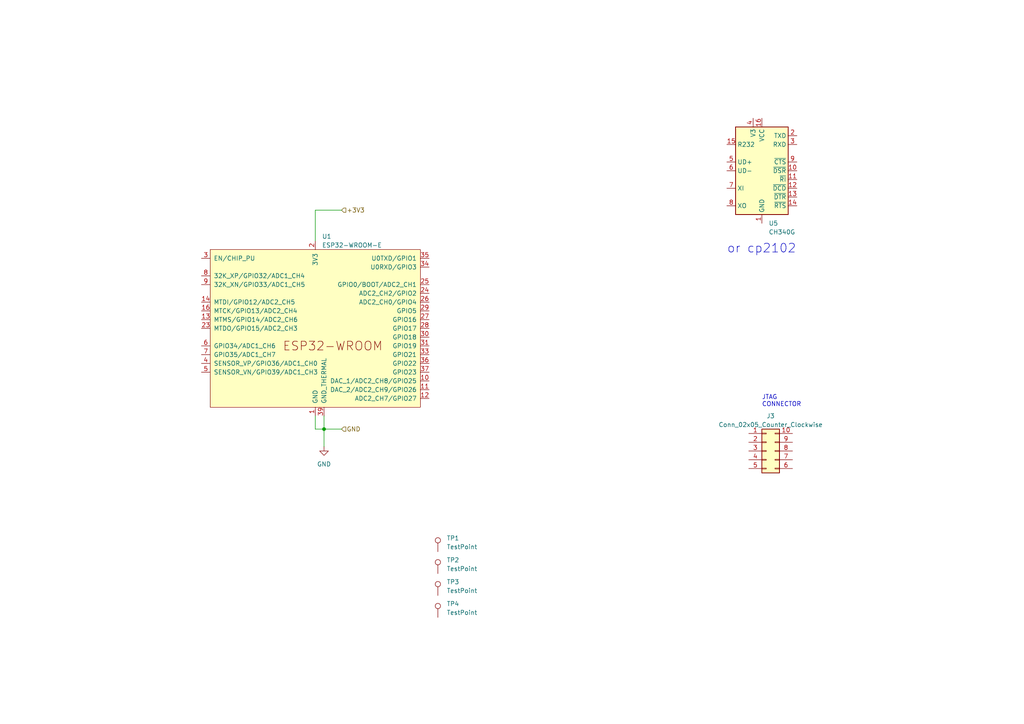
<source format=kicad_sch>
(kicad_sch (version 20230121) (generator eeschema)
  (paper "A4")
  (lib_symbols
    (symbol "Connector:TestPoint" (pin_numbers hide) (pin_names (offset 0.762) hide)
      (property "Reference" "TP" (at 0 6.858 0))
      (property "Value" "TestPoint" (at 0 5.08 0))
      (symbol "TestPoint_0_1"
        (circle (center 0 3.302) (radius 0.762))
      )
      (symbol "TestPoint_1_1"
        (pin passive line (at 0 0 90) (length 2.54) (name "1") (number "1"))
      )
    )
    (symbol "Connector_Generic:Conn_02x05_Counter_Clockwise" (pin_names (offset 1.016) hide)
      (property "Reference" "J" (at 1.27 7.62 0))
      (property "Value" "Conn_02x05_Counter_Clockwise" (at 1.27 -7.62 0))
      (symbol "Conn_02x05_Counter_Clockwise_1_1"
        (rectangle (start -1.27 -4.953) (end 0 -5.207) (stroke (width 0.1524)))
        (rectangle (start -1.27 -2.413) (end 0 -2.667) (stroke (width 0.1524)))
        (rectangle (start -1.27 0.127) (end 0 -0.127) (stroke (width 0.1524)))
        (rectangle (start -1.27 2.667) (end 0 2.413) (stroke (width 0.1524)))
        (rectangle (start -1.27 5.207) (end 0 4.953) (stroke (width 0.1524)))
        (rectangle (start -1.27 6.35) (end 3.81 -6.35) (stroke (width 0.254)) (fill (type background)))
        (rectangle (start 3.81 -4.953) (end 2.54 -5.207) (stroke (width 0.1524)))
        (rectangle (start 3.81 -2.413) (end 2.54 -2.667) (stroke (width 0.1524)))
        (rectangle (start 3.81 0.127) (end 2.54 -0.127) (stroke (width 0.1524)))
        (rectangle (start 3.81 2.667) (end 2.54 2.413) (stroke (width 0.1524)))
        (rectangle (start 3.81 5.207) (end 2.54 4.953) (stroke (width 0.1524)))
        (pin passive line (at -5.08 5.08 0) (length 3.81) (name "Pin_1") (number "1"))
        (pin passive line (at 7.62 5.08 180) (length 3.81) (name "Pin_10") (number "10"))
        (pin passive line (at -5.08 2.54 0) (length 3.81) (name "Pin_2") (number "2"))
        (pin passive line (at -5.08 0 0) (length 3.81) (name "Pin_3") (number "3"))
        (pin passive line (at -5.08 -2.54 0) (length 3.81) (name "Pin_4") (number "4"))
        (pin passive line (at -5.08 -5.08 0) (length 3.81) (name "Pin_5") (number "5"))
        (pin passive line (at 7.62 -5.08 180) (length 3.81) (name "Pin_6") (number "6"))
        (pin passive line (at 7.62 -2.54 180) (length 3.81) (name "Pin_7") (number "7"))
        (pin passive line (at 7.62 0 180) (length 3.81) (name "Pin_8") (number "8"))
        (pin passive line (at 7.62 2.54 180) (length 3.81) (name "Pin_9") (number "9"))
      )
    )
    (symbol "Espressif:ESP32-WROOM-E" (pin_names (offset 1.016))
      (property "Reference" "U" (at -30.48 27.94 0))
      (property "Value" "ESP32-WROOM-E" (at -30.48 25.4 0))
      (symbol "ESP32-WROOM-E_0_1"
        (rectangle (start -30.48 22.86) (end 30.48 -22.86) (fill (type background)))
      )
      (symbol "ESP32-WROOM-E_1_1"
        (text "ESP32-­WROOM­" (at 5.08 -5.08 0) (effects (font (size 2.54 2.54))))
        (pin power_in line (at 0 -25.4 90) (length 2.54) (name "GND") (number "1"))
        (pin bidirectional line (at 33.02 -15.24 180) (length 2.54) (name "DAC_1/ADC2_CH8/GPIO25") (number "10"))
        (pin bidirectional line (at 33.02 -17.78 180) (length 2.54) (name "DAC_2/ADC2_CH9/GPIO26") (number "11"))
        (pin bidirectional line (at 33.02 -20.32 180) (length 2.54) (name "ADC2_CH7/GPIO27") (number "12"))
        (pin bidirectional line (at -33.02 2.54 0) (length 2.54) (name "MTMS/GPIO14/ADC2_CH6") (number "13"))
        (pin bidirectional line (at -33.02 7.62 0) (length 2.54) (name "MTDI/GPIO12/ADC2_CH5") (number "14"))
        (pin passive line (at 0 -25.4 90) (length 2.54) hide (name "GND") (number "15"))
        (pin bidirectional line (at -33.02 5.08 0) (length 2.54) (name "MTCK/GPIO13/ADC2_CH4") (number "16"))
        (pin power_in line (at 0 25.4 270) (length 2.54) (name "3V3") (number "2"))
        (pin bidirectional line (at -33.02 0 0) (length 2.54) (name "MTDO/GPIO15/ADC2_CH3") (number "23"))
        (pin bidirectional line (at 33.02 10.16 180) (length 2.54) (name "ADC2_CH2/GPIO2") (number "24"))
        (pin bidirectional line (at 33.02 12.7 180) (length 2.54) (name "GPIO0/BOOT/ADC2_CH1") (number "25"))
        (pin bidirectional line (at 33.02 7.62 180) (length 2.54) (name "ADC2_CH0/GPIO4") (number "26"))
        (pin bidirectional line (at 33.02 2.54 180) (length 2.54) (name "GPIO16") (number "27"))
        (pin bidirectional line (at 33.02 0 180) (length 2.54) (name "GPIO17") (number "28"))
        (pin bidirectional line (at 33.02 5.08 180) (length 2.54) (name "GPIO5") (number "29"))
        (pin input line (at -33.02 20.32 0) (length 2.54) (name "EN/CHIP_PU") (number "3"))
        (pin bidirectional line (at 33.02 -2.54 180) (length 2.54) (name "GPIO18") (number "30"))
        (pin bidirectional line (at 33.02 -5.08 180) (length 2.54) (name "GPIO19") (number "31"))
        (pin bidirectional line (at 33.02 -7.62 180) (length 2.54) (name "GPIO21") (number "33"))
        (pin bidirectional line (at 33.02 17.78 180) (length 2.54) (name "U0RXD/GPIO3") (number "34"))
        (pin bidirectional line (at 33.02 20.32 180) (length 2.54) (name "U0TXD/GPIO1") (number "35"))
        (pin bidirectional line (at 33.02 -10.16 180) (length 2.54) (name "GPIO22") (number "36"))
        (pin bidirectional line (at 33.02 -12.7 180) (length 2.54) (name "GPIO23") (number "37"))
        (pin passive line (at 0 -25.4 90) (length 2.54) hide (name "GND") (number "38"))
        (pin power_in line (at 2.54 -25.4 90) (length 2.54) (name "GND_THERMAL") (number "39"))
        (pin input line (at -33.02 -10.16 0) (length 2.54) (name "SENSOR_VP/GPIO36/ADC1_CH0") (number "4"))
        (pin input line (at -33.02 -12.7 0) (length 2.54) (name "SENSOR_VN/GPIO39/ADC1_CH3") (number "5"))
        (pin input line (at -33.02 -5.08 0) (length 2.54) (name "GPIO34/ADC1_CH6") (number "6"))
        (pin input line (at -33.02 -7.62 0) (length 2.54) (name "GPIO35/ADC1_CH7") (number "7"))
        (pin bidirectional line (at -33.02 15.24 0) (length 2.54) (name "32K_XP/GPIO32/ADC1_CH4") (number "8"))
        (pin bidirectional line (at -33.02 12.7 0) (length 2.54) (name "32K_XN/GPIO33/ADC1_CH5") (number "9"))
      )
    )
    (symbol "Interface_USB:CH340G"
      (property "Reference" "U" (at -5.08 13.97 0))
      (property "Value" "CH340G" (at 1.27 13.97 0))
      (symbol "CH340G_0_1"
        (rectangle (start -7.62 12.7) (end 7.62 -12.7) (stroke (width 0.254)) (fill (type background)))
      )
      (symbol "CH340G_1_1"
        (pin power_in line (at 0 -15.24 90) (length 2.54) (name "GND") (number "1"))
        (pin input line (at 10.16 0 180) (length 2.54) (name "~{DSR}") (number "10"))
        (pin input line (at 10.16 -2.54 180) (length 2.54) (name "~{RI}") (number "11"))
        (pin input line (at 10.16 -5.08 180) (length 2.54) (name "~{DCD}") (number "12"))
        (pin output line (at 10.16 -7.62 180) (length 2.54) (name "~{DTR}") (number "13"))
        (pin output line (at 10.16 -10.16 180) (length 2.54) (name "~{RTS}") (number "14"))
        (pin input line (at -10.16 7.62 0) (length 2.54) (name "R232") (number "15"))
        (pin power_in line (at 0 15.24 270) (length 2.54) (name "VCC") (number "16"))
        (pin output line (at 10.16 10.16 180) (length 2.54) (name "TXD") (number "2"))
        (pin input line (at 10.16 7.62 180) (length 2.54) (name "RXD") (number "3"))
        (pin passive line (at -2.54 15.24 270) (length 2.54) (name "V3") (number "4"))
        (pin bidirectional line (at -10.16 2.54 0) (length 2.54) (name "UD+") (number "5"))
        (pin bidirectional line (at -10.16 0 0) (length 2.54) (name "UD-") (number "6"))
        (pin input line (at -10.16 -5.08 0) (length 2.54) (name "XI") (number "7"))
        (pin output line (at -10.16 -10.16 0) (length 2.54) (name "XO") (number "8"))
        (pin input line (at 10.16 2.54 180) (length 2.54) (name "~{CTS}") (number "9"))
      )
    )
    (symbol "power:GND" (power) (pin_names (offset 0))
      (property "Value" "GND" (at 0 -3.81 0))
      (symbol "GND_0_1"
        (polyline (pts (xy 0 0) (xy 0 -1.27) (xy 1.27 -1.27) (xy 0 -2.54) (xy -1.27 -1.27) (xy 0 -1.27)))
      )
      (symbol "GND_1_1"
        (pin power_in line (at 0 0 270) (length 0) hide (name "GND") (number "1"))
      )
    )
  )
  (junction (at 93.98 124.46))
  (wire (pts (xy 91.44 69.85) (xy 91.44 60.96)))
  (wire (pts (xy 91.44 60.96) (xy 99.06 60.96)))
  (wire (pts (xy 93.98 124.46) (xy 93.98 129.54)))
  (wire (pts (xy 91.44 120.65) (xy 91.44 124.46)))
  (wire (pts (xy 91.44 124.46) (xy 93.98 124.46)))
  (wire (pts (xy 93.98 120.65) (xy 93.98 124.46)))
  (wire (pts (xy 93.98 124.46) (xy 99.06 124.46)))
  (text "JTAG\nCONNECTOR" (at 220.98 118.11 0) (effects (font (size 1.27 1.27)) (justify left bottom)))
  (text "or cp2102" (at 210.82 73.66 0) (effects (font (size 2.54 2.54)) (justify left bottom)))
  (hierarchical_label "+3V3" (shape input) (at 99.06 60.96 0))
  (hierarchical_label "GND" (shape input) (at 99.06 124.46 0))
  (symbol (lib_id "Connector_Generic:Conn_02x05_Counter_Clockwise") (at 222.25 130.81 0) (unit 1)
    (property "Reference" "J3" (at 223.52 120.65 0))
    (property "Value" "Conn_02x05_Counter_Clockwise" (at 223.52 123.19 0))
  )
  (symbol (lib_id "Interface_USB:CH340G") (at 220.98 49.53 0) (unit 1)
    (property "Reference" "U5" (at 222.9359 64.77 0) (effects (justify left)))
    (property "Value" "CH340G" (at 222.9359 67.31 0) (effects (justify left)))
    (property "Footprint" "Package_SO:SOIC-16_3.9x9.9mm_P1.27mm" (effects hide))
    (property "Datasheet" "http://www.datasheet5.com/pdf-local-2195953" (effects hide))
  )
  (symbol (lib_id "Connector:TestPoint") (at 127 160.02 0) (unit 1)
    (property "Reference" "TP1" (at 129.54 156.083 0) (effects (justify left)))
    (property "Value" "TestPoint" (at 129.54 158.623 0) (effects (justify left)))
  )
  (symbol (lib_id "Connector:TestPoint") (at 127 179.07 0) (unit 1)
    (property "Reference" "TP4" (at 129.54 175.133 0) (effects (justify left)))
    (property "Value" "TestPoint" (at 129.54 177.673 0) (effects (justify left)))
  )
  (symbol (lib_id "Connector:TestPoint") (at 127 166.37 0) (unit 1)
    (property "Reference" "TP2" (at 129.54 162.433 0) (effects (justify left)))
    (property "Value" "TestPoint" (at 129.54 164.973 0) (effects (justify left)))
  )
  (symbol (lib_id "Espressif:ESP32-WROOM-E") (at 91.44 95.25 0) (unit 1)
    (property "Reference" "U1" (at 93.3959 68.58 0) (effects (justify left)))
    (property "Value" "ESP32-WROOM-E" (at 93.3959 71.12 0) (effects (justify left)))
    (property "Footprint" "Espressif:ESP32-WROOM-32E" (effects hide))
    (property "Datasheet" "https://www.espressif.com/sites/default/files/documentation/esp32-wroom-32e_esp32-wroom-32ue_datasheet_en.pdf" (effects hide))
  )
  (symbol (lib_id "power:GND") (at 93.98 129.54 0) (unit 1)
    (property "Reference" "#PWR02" (effects hide))
    (property "Value" "GND" (at 93.98 134.62 0))
  )
  (symbol (lib_id "Connector:TestPoint") (at 127 172.72 0) (unit 1)
    (property "Reference" "TP3" (at 129.54 168.783 0) (effects (justify left)))
    (property "Value" "TestPoint" (at 129.54 171.323 0) (effects (justify left)))
  )
)
</source>
